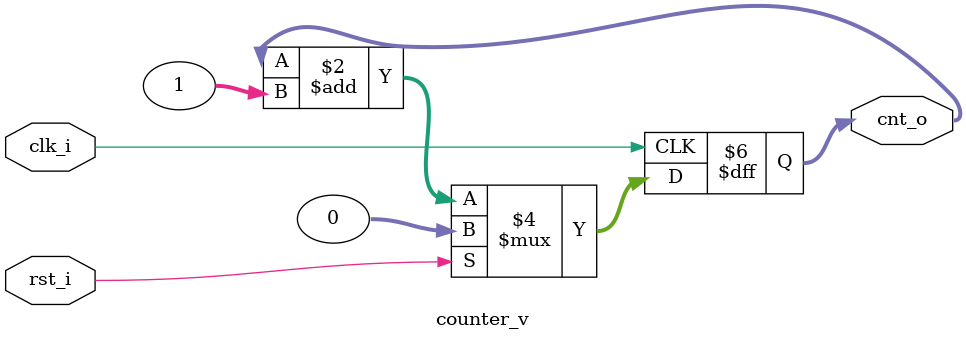
<source format=v>
module counter_v (
	input            rst_i, clk_i,
	output reg[31:0] cnt_o
);

always @ (posedge clk_i)
	if (rst_i)
		cnt_o <= 0;
	else begin
		cnt_o <= cnt_o + 1;
	end 
endmodule
</source>
